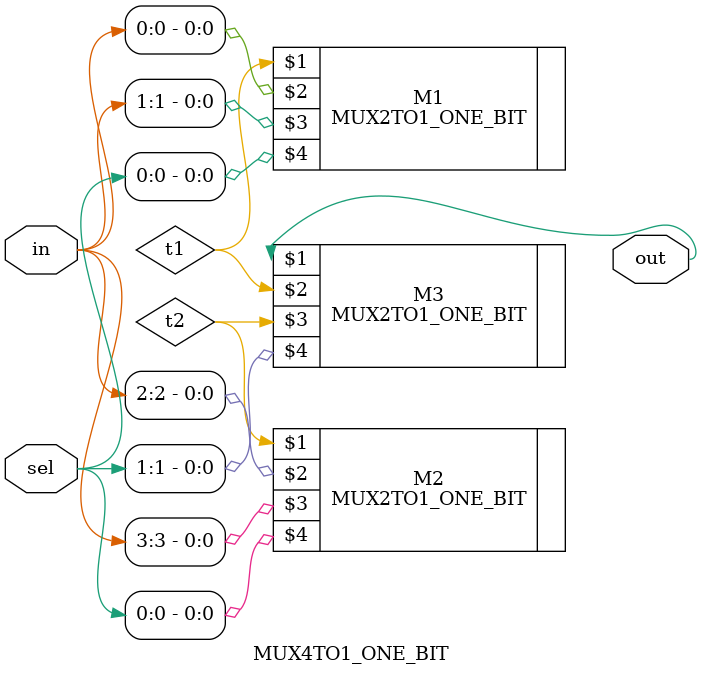
<source format=v>
`timescale 1ns / 1ps


module MUX4TO1_ONE_BIT(out,in,sel);
    input [3:0] in;
    input [1:0] sel;
    output out;
    
    wire t1,t2;
    
    MUX2TO1_ONE_BIT M1(t1,in[0],in[1],sel[0]);
    MUX2TO1_ONE_BIT M2(t2,in[2],in[3],sel[0]);
    
    MUX2TO1_ONE_BIT M3(out,t1,t2,sel[1]);
endmodule

</source>
